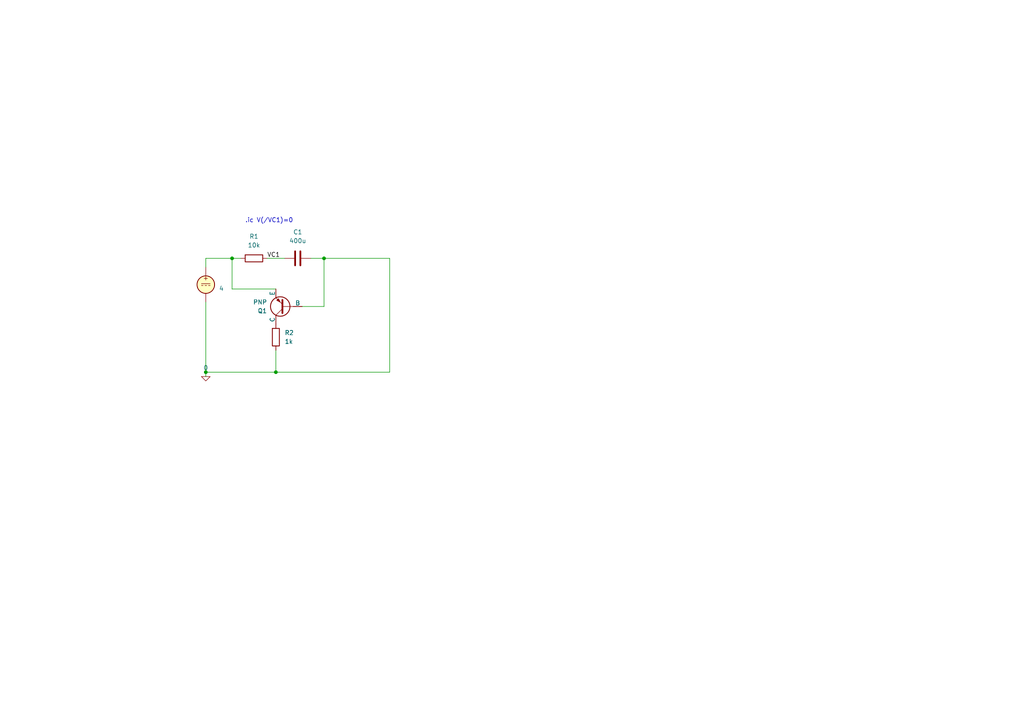
<source format=kicad_sch>
(kicad_sch (version 20230121) (generator eeschema)
  (paper "A4")
  (lib_symbols
    (symbol "Device:C" (pin_numbers hide) (pin_names (offset 0.254))
      (property "Reference" "C" (at 0.635 2.54 0))
      (property "Value" "C" (at 0.635 -2.54 0))
      (symbol "C_0_1"
        (polyline (pts (xy -2.032 -0.762) (xy 2.032 -0.762)) (stroke (width 0.508)))
        (polyline (pts (xy -2.032 0.762) (xy 2.032 0.762)) (stroke (width 0.508)))
      )
      (symbol "C_1_1"
        (pin passive line (at 0 3.81 270) (length 2.794) (name "~") (number "1"))
        (pin passive line (at 0 -3.81 90) (length 2.794) (name "~") (number "2"))
      )
    )
    (symbol "Device:R" (pin_numbers hide) (pin_names (offset 0))
      (property "Reference" "R" (at 2.032 0 90))
      (property "Value" "R" (at 0 0 90))
      (symbol "R_0_1"
        (rectangle (start -1.016 -2.54) (end 1.016 2.54) (stroke (width 0.254)))
      )
      (symbol "R_1_1"
        (pin passive line (at 0 3.81 270) (length 1.27) (name "~") (number "1"))
        (pin passive line (at 0 -3.81 90) (length 1.27) (name "~") (number "2"))
      )
    )
    (symbol "Simulation_SPICE:0" (power) (pin_names (offset 0))
      (property "Value" "0" (at 0 -1.778 0))
      (symbol "0_0_1"
        (polyline (pts (xy -1.27 0) (xy 0 -1.27) (xy 1.27 0) (xy -1.27 0)))
      )
      (symbol "0_1_1"
        (pin power_in line (at 0 0 0) (length 0) hide (name "0") (number "1"))
      )
    )
    (symbol "Simulation_SPICE:PNP" (pin_numbers hide) (pin_names (offset 0))
      (property "Reference" "Q" (at -2.54 7.62 0))
      (property "Value" "PNP" (at -2.54 5.08 0))
      (symbol "PNP_0_1"
        (polyline (pts (xy -2.54 0) (xy 0.635 0)) (stroke (width 0.1524)))
        (polyline (pts (xy 0.635 0.635) (xy 2.54 2.54)))
        (polyline (pts (xy 0.635 -0.635) (xy 2.54 -2.54) (xy 2.54 -2.54)))
        (polyline (pts (xy 0.635 1.905) (xy 0.635 -1.905) (xy 0.635 -1.905)) (stroke (width 0.508)))
        (polyline (pts (xy 2.286 -1.778) (xy 1.778 -2.286) (xy 1.27 -1.27) (xy 2.286 -1.778) (xy 2.286 -1.778)) (fill (type outline)))
        (circle (center 1.27 0) (radius 2.8194) (stroke (width 0.254)))
      )
      (symbol "PNP_1_1"
        (pin open_collector line (at 2.54 5.08 270) (length 2.54) (name "C") (number "1"))
        (pin input line (at -5.08 0 0) (length 2.54) (name "B") (number "2"))
        (pin open_emitter line (at 2.54 -5.08 90) (length 2.54) (name "E") (number "3"))
      )
    )
    (symbol "Simulation_SPICE:VDC" (pin_numbers hide) (pin_names (offset 0.0254))
      (property "Reference" "V" (at 2.54 2.54 0))
      (property "Value" "1" (at 2.54 0 0))
      (symbol "VDC_0_0"
        (polyline (pts (xy -1.27 0.254) (xy 1.27 0.254)))
        (polyline (pts (xy -0.762 -0.254) (xy -1.27 -0.254)))
        (polyline (pts (xy 0.254 -0.254) (xy -0.254 -0.254)))
        (polyline (pts (xy 1.27 -0.254) (xy 0.762 -0.254)))
        (text "+" (at 0 1.905 0) (effects (font (size 1.27 1.27))))
      )
      (symbol "VDC_0_1"
        (circle (center 0 0) (radius 2.54) (stroke (width 0.254)) (fill (type background)))
      )
      (symbol "VDC_1_1"
        (pin passive line (at 0 5.08 270) (length 2.54) (name "~") (number "1"))
        (pin passive line (at 0 -5.08 90) (length 2.54) (name "~") (number "2"))
      )
    )
  )
  (junction (at 59.69 107.95))
  (junction (at 93.98 74.93))
  (junction (at 67.31 74.93))
  (junction (at 80.01 107.95))
  (wire (pts (xy 113.03 107.95) (xy 113.03 74.93)))
  (wire (pts (xy 59.69 87.63) (xy 59.69 107.95)))
  (wire (pts (xy 80.01 107.95) (xy 113.03 107.95)))
  (wire (pts (xy 67.31 74.93) (xy 69.85 74.93)))
  (wire (pts (xy 93.98 74.93) (xy 93.98 88.9)))
  (wire (pts (xy 93.98 74.93) (xy 113.03 74.93)))
  (wire (pts (xy 59.69 77.47) (xy 59.69 74.93)))
  (wire (pts (xy 59.69 107.95) (xy 59.69 109.22)))
  (wire (pts (xy 90.17 74.93) (xy 93.98 74.93)))
  (wire (pts (xy 67.31 83.82) (xy 67.31 74.93)))
  (wire (pts (xy 59.69 74.93) (xy 67.31 74.93)))
  (wire (pts (xy 80.01 83.82) (xy 67.31 83.82)))
  (wire (pts (xy 77.47 74.93) (xy 82.55 74.93)))
  (wire (pts (xy 93.98 88.9) (xy 87.63 88.9)))
  (wire (pts (xy 59.69 107.95) (xy 80.01 107.95)))
  (wire (pts (xy 80.01 101.6) (xy 80.01 107.95)))
  (text ".ic V(/VC1)=0" (at 71.12 64.77 0) (effects (font (size 1.27 1.27)) (justify left bottom)))
  (label "VC1" (at 77.47 74.93 0))
  (symbol (lib_id "Simulation_SPICE:VDC") (at 59.69 82.55 0) (unit 1)
    (property "Reference" "V1" (effects hide))
    (property "Value" "4" (at 63.5 83.6902 0) (effects (justify left)))
    (property "Sim.Pins" "1=+ 2=-" (effects hide))
    (property "Sim.Type" "DC" (effects hide))
    (property "Sim.Device" "V" (effects hide))
  )
  (symbol (lib_id "Simulation_SPICE:PNP") (at 82.55 88.9 180) (unit 1)
    (property "Reference" "Q1" (at 77.47 90.17 0) (effects (justify left)))
    (property "Value" "PNP" (at 77.47 87.63 0) (effects (justify left)))
    (property "Sim.Device" "PNP" (effects hide))
    (property "Sim.Type" "GUMMELPOON" (effects hide))
    (property "Sim.Pins" "1=C 2=B 3=E" (effects hide))
  )
  (symbol (lib_id "Device:C") (at 86.36 74.93 90) (unit 1)
    (property "Reference" "C1" (at 86.36 67.31 90))
    (property "Value" "400u" (at 86.36 69.85 90))
  )
  (symbol (lib_id "Device:R") (at 80.01 97.79 0) (unit 1)
    (property "Reference" "R2" (at 82.55 96.52 0) (effects (justify left)))
    (property "Value" "1k" (at 82.55 99.06 0) (effects (justify left)))
  )
  (symbol (lib_id "Simulation_SPICE:0") (at 59.69 109.22 0) (unit 1)
    (property "Reference" "#GND01" (effects hide))
    (property "Value" "0" (at 59.69 106.68 0))
  )
  (symbol (lib_id "Device:R") (at 73.66 74.93 90) (unit 1)
    (property "Reference" "R1" (at 73.66 68.58 90))
    (property "Value" "10k" (at 73.66 71.12 90))
  )
)
</source>
